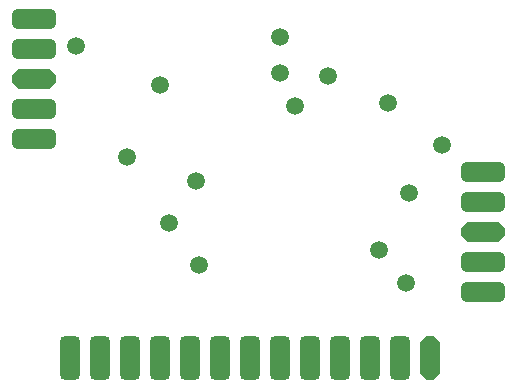
<source format=gbs>
G04 #@! TF.GenerationSoftware,KiCad,Pcbnew,7.0.5-0*
G04 #@! TF.CreationDate,2023-12-30T21:45:12-05:00*
G04 #@! TF.ProjectId,boostlet,626f6f73-746c-4657-942e-6b696361645f,rev?*
G04 #@! TF.SameCoordinates,Original*
G04 #@! TF.FileFunction,Soldermask,Bot*
G04 #@! TF.FilePolarity,Negative*
%FSLAX46Y46*%
G04 Gerber Fmt 4.6, Leading zero omitted, Abs format (unit mm)*
G04 Created by KiCad (PCBNEW 7.0.5-0) date 2023-12-30 21:45:12*
%MOMM*%
%LPD*%
G01*
G04 APERTURE LIST*
G04 Aperture macros list*
%AMRoundRect*
0 Rectangle with rounded corners*
0 $1 Rounding radius*
0 $2 $3 $4 $5 $6 $7 $8 $9 X,Y pos of 4 corners*
0 Add a 4 corners polygon primitive as box body*
4,1,4,$2,$3,$4,$5,$6,$7,$8,$9,$2,$3,0*
0 Add four circle primitives for the rounded corners*
1,1,$1+$1,$2,$3*
1,1,$1+$1,$4,$5*
1,1,$1+$1,$6,$7*
1,1,$1+$1,$8,$9*
0 Add four rect primitives between the rounded corners*
20,1,$1+$1,$2,$3,$4,$5,0*
20,1,$1+$1,$4,$5,$6,$7,0*
20,1,$1+$1,$6,$7,$8,$9,0*
20,1,$1+$1,$8,$9,$2,$3,0*%
%AMOutline5P*
0 Free polygon, 5 corners , with rotation*
0 The origin of the aperture is its center*
0 number of corners: always 5*
0 $1 to $10 corner X, Y*
0 $11 Rotation angle, in degrees counterclockwise*
0 create outline with 5 corners*
4,1,5,$1,$2,$3,$4,$5,$6,$7,$8,$9,$10,$1,$2,$11*%
%AMOutline6P*
0 Free polygon, 6 corners , with rotation*
0 The origin of the aperture is its center*
0 number of corners: always 6*
0 $1 to $12 corner X, Y*
0 $13 Rotation angle, in degrees counterclockwise*
0 create outline with 6 corners*
4,1,6,$1,$2,$3,$4,$5,$6,$7,$8,$9,$10,$11,$12,$1,$2,$13*%
%AMOutline7P*
0 Free polygon, 7 corners , with rotation*
0 The origin of the aperture is its center*
0 number of corners: always 7*
0 $1 to $14 corner X, Y*
0 $15 Rotation angle, in degrees counterclockwise*
0 create outline with 7 corners*
4,1,7,$1,$2,$3,$4,$5,$6,$7,$8,$9,$10,$11,$12,$13,$14,$1,$2,$15*%
%AMOutline8P*
0 Free polygon, 8 corners , with rotation*
0 The origin of the aperture is its center*
0 number of corners: always 8*
0 $1 to $16 corner X, Y*
0 $17 Rotation angle, in degrees counterclockwise*
0 create outline with 8 corners*
4,1,8,$1,$2,$3,$4,$5,$6,$7,$8,$9,$10,$11,$12,$13,$14,$15,$16,$1,$2,$17*%
G04 Aperture macros list end*
%ADD10RoundRect,0.425000X1.425000X0.425000X-1.425000X0.425000X-1.425000X-0.425000X1.425000X-0.425000X0*%
%ADD11Outline8P,-1.850000X0.340000X-1.340000X0.850000X1.340000X0.850000X1.850000X0.340000X1.850000X-0.340000X1.340000X-0.850000X-1.340000X-0.850000X-1.850000X-0.340000X180.000000*%
%ADD12RoundRect,0.425000X0.425000X-1.425000X0.425000X1.425000X-0.425000X1.425000X-0.425000X-1.425000X0*%
%ADD13Outline8P,-1.850000X0.340000X-1.340000X0.850000X1.340000X0.850000X1.850000X0.340000X1.850000X-0.340000X1.340000X-0.850000X-1.340000X-0.850000X-1.850000X-0.340000X90.000000*%
%ADD14RoundRect,0.425000X-1.425000X-0.425000X1.425000X-0.425000X1.425000X0.425000X-1.425000X0.425000X0*%
%ADD15Outline8P,-1.850000X0.340000X-1.340000X0.850000X1.340000X0.850000X1.850000X0.340000X1.850000X-0.340000X1.340000X-0.850000X-1.340000X-0.850000X-1.850000X-0.340000X0.000000*%
%ADD16C,1.500000*%
G04 APERTURE END LIST*
D10*
G04 #@! TO.C,J3*
X142637000Y-108204000D03*
X142637000Y-105664000D03*
D11*
X142637000Y-103124000D03*
D10*
X142637000Y-100584000D03*
X142637000Y-98044000D03*
G04 #@! TD*
D12*
G04 #@! TO.C,J1*
X107696000Y-113808000D03*
X110236000Y-113808000D03*
X112776000Y-113808000D03*
X115316000Y-113808000D03*
X117856000Y-113808000D03*
X120396000Y-113808000D03*
X122936000Y-113808000D03*
X125476000Y-113808000D03*
X128016000Y-113808000D03*
X130556000Y-113808000D03*
X133096000Y-113808000D03*
X135636000Y-113808000D03*
D13*
X138176000Y-113808000D03*
G04 #@! TD*
D14*
G04 #@! TO.C,J2*
X104632000Y-85090000D03*
X104632000Y-87630000D03*
D15*
X104632000Y-90170000D03*
D14*
X104632000Y-92710000D03*
X104632000Y-95250000D03*
G04 #@! TD*
D16*
G04 #@! TO.C,TP4*
X115316000Y-90678000D03*
G04 #@! TD*
G04 #@! TO.C,TP8*
X118618000Y-105918000D03*
G04 #@! TD*
G04 #@! TO.C,TP9*
X116078000Y-102362000D03*
G04 #@! TD*
G04 #@! TO.C,TP15*
X126746000Y-92456000D03*
G04 #@! TD*
G04 #@! TO.C,TP16*
X129540000Y-89916000D03*
G04 #@! TD*
G04 #@! TO.C,TP5*
X136398000Y-99822000D03*
G04 #@! TD*
G04 #@! TO.C,TP11*
X134620000Y-92202000D03*
G04 #@! TD*
G04 #@! TO.C,TP2*
X133858000Y-104648000D03*
G04 #@! TD*
G04 #@! TO.C,TP14*
X125476000Y-86614000D03*
G04 #@! TD*
G04 #@! TO.C,TP6*
X112522000Y-96774000D03*
G04 #@! TD*
G04 #@! TO.C,TP3*
X108204000Y-87376000D03*
G04 #@! TD*
G04 #@! TO.C,TP13*
X139192000Y-95758000D03*
G04 #@! TD*
G04 #@! TO.C,TP1*
X136144000Y-107442000D03*
G04 #@! TD*
G04 #@! TO.C,TP10*
X118364000Y-98806000D03*
G04 #@! TD*
G04 #@! TO.C,TP12*
X125476000Y-89662000D03*
G04 #@! TD*
M02*

</source>
